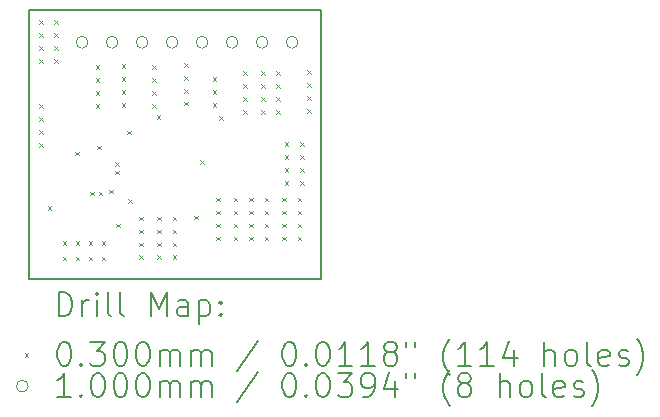
<source format=gbr>
%FSLAX45Y45*%
G04 Gerber Fmt 4.5, Leading zero omitted, Abs format (unit mm)*
G04 Created by KiCad (PCBNEW (6.0.5)) date 2023-01-28 11:11:28*
%MOMM*%
%LPD*%
G01*
G04 APERTURE LIST*
%TA.AperFunction,Profile*%
%ADD10C,0.150000*%
%TD*%
%ADD11C,0.200000*%
%ADD12C,0.030000*%
%ADD13C,0.100000*%
G04 APERTURE END LIST*
D10*
X14445758Y-10138382D02*
X11975758Y-10138382D01*
X11975758Y-7868382D01*
X14445758Y-7868382D01*
X14445758Y-10138382D01*
D11*
D12*
X12060758Y-7953382D02*
X12090758Y-7983382D01*
X12090758Y-7953382D02*
X12060758Y-7983382D01*
X12060758Y-8063382D02*
X12090758Y-8093382D01*
X12090758Y-8063382D02*
X12060758Y-8093382D01*
X12060758Y-8173382D02*
X12090758Y-8203382D01*
X12090758Y-8173382D02*
X12060758Y-8203382D01*
X12060758Y-8283382D02*
X12090758Y-8313382D01*
X12090758Y-8283382D02*
X12060758Y-8313382D01*
X12060758Y-8663382D02*
X12090758Y-8693382D01*
X12090758Y-8663382D02*
X12060758Y-8693382D01*
X12060758Y-8773382D02*
X12090758Y-8803382D01*
X12090758Y-8773382D02*
X12060758Y-8803382D01*
X12060758Y-8883382D02*
X12090758Y-8913382D01*
X12090758Y-8883382D02*
X12060758Y-8913382D01*
X12060758Y-8993382D02*
X12090758Y-9023382D01*
X12090758Y-8993382D02*
X12060758Y-9023382D01*
X12135508Y-9525132D02*
X12165508Y-9555132D01*
X12165508Y-9525132D02*
X12135508Y-9555132D01*
X12190758Y-7953382D02*
X12220758Y-7983382D01*
X12220758Y-7953382D02*
X12190758Y-7983382D01*
X12190758Y-8063382D02*
X12220758Y-8093382D01*
X12220758Y-8063382D02*
X12190758Y-8093382D01*
X12190758Y-8173382D02*
X12220758Y-8203382D01*
X12220758Y-8173382D02*
X12190758Y-8203382D01*
X12190758Y-8283382D02*
X12220758Y-8313382D01*
X12220758Y-8283382D02*
X12190758Y-8313382D01*
X12260758Y-9823382D02*
X12290758Y-9853382D01*
X12290758Y-9823382D02*
X12260758Y-9853382D01*
X12260758Y-9953382D02*
X12290758Y-9983382D01*
X12290758Y-9953382D02*
X12260758Y-9983382D01*
X12365507Y-9065131D02*
X12395507Y-9095131D01*
X12395507Y-9065131D02*
X12365507Y-9095131D01*
X12370758Y-9823382D02*
X12400758Y-9853382D01*
X12400758Y-9823382D02*
X12370758Y-9853382D01*
X12370758Y-9953382D02*
X12400758Y-9983382D01*
X12400758Y-9953382D02*
X12370758Y-9983382D01*
X12480758Y-9823382D02*
X12510758Y-9853382D01*
X12510758Y-9823382D02*
X12480758Y-9853382D01*
X12480758Y-9953382D02*
X12510758Y-9983382D01*
X12510758Y-9953382D02*
X12480758Y-9983382D01*
X12495508Y-9405132D02*
X12525508Y-9435132D01*
X12525508Y-9405132D02*
X12495508Y-9435132D01*
X12540758Y-8333382D02*
X12570758Y-8363382D01*
X12570758Y-8333382D02*
X12540758Y-8363382D01*
X12540758Y-8443382D02*
X12570758Y-8473382D01*
X12570758Y-8443382D02*
X12540758Y-8473382D01*
X12540758Y-8553382D02*
X12570758Y-8583382D01*
X12570758Y-8553382D02*
X12540758Y-8583382D01*
X12540758Y-8663382D02*
X12570758Y-8693382D01*
X12570758Y-8663382D02*
X12540758Y-8693382D01*
X12555508Y-9015132D02*
X12585508Y-9045132D01*
X12585508Y-9015132D02*
X12555508Y-9045132D01*
X12565508Y-9405132D02*
X12595508Y-9435132D01*
X12595508Y-9405132D02*
X12565508Y-9435132D01*
X12590758Y-9823382D02*
X12620758Y-9853382D01*
X12620758Y-9823382D02*
X12590758Y-9853382D01*
X12590758Y-9953382D02*
X12620758Y-9983382D01*
X12620758Y-9953382D02*
X12590758Y-9983382D01*
X12655507Y-9385133D02*
X12685507Y-9415133D01*
X12685507Y-9385133D02*
X12655507Y-9415133D01*
X12705507Y-9155132D02*
X12735507Y-9185132D01*
X12735507Y-9155132D02*
X12705507Y-9185132D01*
X12705508Y-9225132D02*
X12735508Y-9255132D01*
X12735508Y-9225132D02*
X12705508Y-9255132D01*
X12715508Y-9675132D02*
X12745508Y-9705132D01*
X12745508Y-9675132D02*
X12715508Y-9705132D01*
X12760758Y-8323382D02*
X12790758Y-8353382D01*
X12790758Y-8323382D02*
X12760758Y-8353382D01*
X12760758Y-8433382D02*
X12790758Y-8463382D01*
X12790758Y-8433382D02*
X12760758Y-8463382D01*
X12760758Y-8543382D02*
X12790758Y-8573382D01*
X12790758Y-8543382D02*
X12760758Y-8573382D01*
X12760758Y-8653382D02*
X12790758Y-8683382D01*
X12790758Y-8653382D02*
X12760758Y-8683382D01*
X12805509Y-8885132D02*
X12835509Y-8915132D01*
X12835509Y-8885132D02*
X12805509Y-8915132D01*
X12815508Y-9465132D02*
X12845508Y-9495132D01*
X12845508Y-9465132D02*
X12815508Y-9495132D01*
X12910758Y-9613381D02*
X12940758Y-9643381D01*
X12940758Y-9613381D02*
X12910758Y-9643381D01*
X12910758Y-9723381D02*
X12940758Y-9753381D01*
X12940758Y-9723381D02*
X12910758Y-9753381D01*
X12910758Y-9833381D02*
X12940758Y-9863381D01*
X12940758Y-9833381D02*
X12910758Y-9863381D01*
X12910758Y-9943381D02*
X12940758Y-9973381D01*
X12940758Y-9943381D02*
X12910758Y-9973381D01*
X13020758Y-8333382D02*
X13050758Y-8363382D01*
X13050758Y-8333382D02*
X13020758Y-8363382D01*
X13020758Y-8443382D02*
X13050758Y-8473382D01*
X13050758Y-8443382D02*
X13020758Y-8473382D01*
X13020758Y-8553382D02*
X13050758Y-8583382D01*
X13050758Y-8553382D02*
X13020758Y-8583382D01*
X13020758Y-8663382D02*
X13050758Y-8693382D01*
X13050758Y-8663382D02*
X13020758Y-8693382D01*
X13055508Y-8755132D02*
X13085508Y-8785132D01*
X13085508Y-8755132D02*
X13055508Y-8785132D01*
X13060758Y-9613382D02*
X13090758Y-9643382D01*
X13090758Y-9613382D02*
X13060758Y-9643382D01*
X13060758Y-9723382D02*
X13090758Y-9753382D01*
X13090758Y-9723382D02*
X13060758Y-9753382D01*
X13060758Y-9833382D02*
X13090758Y-9863382D01*
X13090758Y-9833382D02*
X13060758Y-9863382D01*
X13060758Y-9943382D02*
X13090758Y-9973382D01*
X13090758Y-9943382D02*
X13060758Y-9973382D01*
X13190758Y-9613382D02*
X13220758Y-9643382D01*
X13220758Y-9613382D02*
X13190758Y-9643382D01*
X13190758Y-9723382D02*
X13220758Y-9753382D01*
X13220758Y-9723382D02*
X13190758Y-9753382D01*
X13190758Y-9833382D02*
X13220758Y-9863382D01*
X13220758Y-9833382D02*
X13190758Y-9863382D01*
X13190758Y-9943382D02*
X13220758Y-9973382D01*
X13220758Y-9943382D02*
X13190758Y-9973382D01*
X13290758Y-8313382D02*
X13320758Y-8343382D01*
X13320758Y-8313382D02*
X13290758Y-8343382D01*
X13290758Y-8423382D02*
X13320758Y-8453382D01*
X13320758Y-8423382D02*
X13290758Y-8453382D01*
X13290758Y-8533382D02*
X13320758Y-8563382D01*
X13320758Y-8533382D02*
X13290758Y-8563382D01*
X13290758Y-8643382D02*
X13320758Y-8673382D01*
X13320758Y-8643382D02*
X13290758Y-8673382D01*
X13375508Y-9605133D02*
X13405508Y-9635133D01*
X13405508Y-9605133D02*
X13375508Y-9635133D01*
X13425508Y-9135132D02*
X13455508Y-9165132D01*
X13455508Y-9135132D02*
X13425508Y-9165132D01*
X13530758Y-8433382D02*
X13560758Y-8463382D01*
X13560758Y-8433382D02*
X13530758Y-8463382D01*
X13530758Y-8543382D02*
X13560758Y-8573382D01*
X13560758Y-8543382D02*
X13530758Y-8573382D01*
X13530758Y-8653382D02*
X13560758Y-8683382D01*
X13560758Y-8653382D02*
X13530758Y-8683382D01*
X13560758Y-9453381D02*
X13590758Y-9483381D01*
X13590758Y-9453381D02*
X13560758Y-9483381D01*
X13560758Y-9563381D02*
X13590758Y-9593381D01*
X13590758Y-9563381D02*
X13560758Y-9593381D01*
X13560758Y-9673381D02*
X13590758Y-9703381D01*
X13590758Y-9673381D02*
X13560758Y-9703381D01*
X13560758Y-9783381D02*
X13590758Y-9813381D01*
X13590758Y-9783381D02*
X13560758Y-9813381D01*
X13585507Y-8765132D02*
X13615507Y-8795132D01*
X13615507Y-8765132D02*
X13585507Y-8795132D01*
X13710758Y-9453382D02*
X13740758Y-9483382D01*
X13740758Y-9453382D02*
X13710758Y-9483382D01*
X13710758Y-9563382D02*
X13740758Y-9593382D01*
X13740758Y-9563382D02*
X13710758Y-9593382D01*
X13710758Y-9673382D02*
X13740758Y-9703382D01*
X13740758Y-9673382D02*
X13710758Y-9703382D01*
X13710758Y-9783382D02*
X13740758Y-9813382D01*
X13740758Y-9783382D02*
X13710758Y-9813382D01*
X13790758Y-8383381D02*
X13820758Y-8413381D01*
X13820758Y-8383381D02*
X13790758Y-8413381D01*
X13790758Y-8493381D02*
X13820758Y-8523381D01*
X13820758Y-8493381D02*
X13790758Y-8523381D01*
X13790758Y-8603381D02*
X13820758Y-8633381D01*
X13820758Y-8603381D02*
X13790758Y-8633381D01*
X13790758Y-8713381D02*
X13820758Y-8743381D01*
X13820758Y-8713381D02*
X13790758Y-8743381D01*
X13840758Y-9453382D02*
X13870758Y-9483382D01*
X13870758Y-9453382D02*
X13840758Y-9483382D01*
X13840758Y-9563382D02*
X13870758Y-9593382D01*
X13870758Y-9563382D02*
X13840758Y-9593382D01*
X13840758Y-9673382D02*
X13870758Y-9703382D01*
X13870758Y-9673382D02*
X13840758Y-9703382D01*
X13840758Y-9783382D02*
X13870758Y-9813382D01*
X13870758Y-9783382D02*
X13840758Y-9813382D01*
X13940758Y-8383382D02*
X13970758Y-8413382D01*
X13970758Y-8383382D02*
X13940758Y-8413382D01*
X13940758Y-8493382D02*
X13970758Y-8523382D01*
X13970758Y-8493382D02*
X13940758Y-8523382D01*
X13940758Y-8603382D02*
X13970758Y-8633382D01*
X13970758Y-8603382D02*
X13940758Y-8633382D01*
X13940758Y-8713382D02*
X13970758Y-8743382D01*
X13970758Y-8713382D02*
X13940758Y-8743382D01*
X13970758Y-9453381D02*
X14000758Y-9483381D01*
X14000758Y-9453381D02*
X13970758Y-9483381D01*
X13970758Y-9563381D02*
X14000758Y-9593381D01*
X14000758Y-9563381D02*
X13970758Y-9593381D01*
X13970758Y-9673381D02*
X14000758Y-9703381D01*
X14000758Y-9673381D02*
X13970758Y-9703381D01*
X13970758Y-9783381D02*
X14000758Y-9813381D01*
X14000758Y-9783381D02*
X13970758Y-9813381D01*
X14070758Y-8383382D02*
X14100758Y-8413382D01*
X14100758Y-8383382D02*
X14070758Y-8413382D01*
X14070758Y-8493382D02*
X14100758Y-8523382D01*
X14100758Y-8493382D02*
X14070758Y-8523382D01*
X14070758Y-8603382D02*
X14100758Y-8633382D01*
X14100758Y-8603382D02*
X14070758Y-8633382D01*
X14070758Y-8713382D02*
X14100758Y-8743382D01*
X14100758Y-8713382D02*
X14070758Y-8743382D01*
X14120758Y-9453382D02*
X14150758Y-9483382D01*
X14150758Y-9453382D02*
X14120758Y-9483382D01*
X14120758Y-9563382D02*
X14150758Y-9593382D01*
X14150758Y-9563382D02*
X14120758Y-9593382D01*
X14120758Y-9673382D02*
X14150758Y-9703382D01*
X14150758Y-9673382D02*
X14120758Y-9703382D01*
X14120758Y-9783382D02*
X14150758Y-9813382D01*
X14150758Y-9783382D02*
X14120758Y-9813382D01*
X14140758Y-8983382D02*
X14170758Y-9013382D01*
X14170758Y-8983382D02*
X14140758Y-9013382D01*
X14140758Y-9093382D02*
X14170758Y-9123382D01*
X14170758Y-9093382D02*
X14140758Y-9123382D01*
X14140758Y-9203382D02*
X14170758Y-9233382D01*
X14170758Y-9203382D02*
X14140758Y-9233382D01*
X14140758Y-9313382D02*
X14170758Y-9343382D01*
X14170758Y-9313382D02*
X14140758Y-9343382D01*
X14250758Y-9453382D02*
X14280758Y-9483382D01*
X14280758Y-9453382D02*
X14250758Y-9483382D01*
X14250758Y-9563382D02*
X14280758Y-9593382D01*
X14280758Y-9563382D02*
X14250758Y-9593382D01*
X14250758Y-9673382D02*
X14280758Y-9703382D01*
X14280758Y-9673382D02*
X14250758Y-9703382D01*
X14250758Y-9783382D02*
X14280758Y-9813382D01*
X14280758Y-9783382D02*
X14250758Y-9813382D01*
X14270758Y-8983382D02*
X14300758Y-9013382D01*
X14300758Y-8983382D02*
X14270758Y-9013382D01*
X14270758Y-9093382D02*
X14300758Y-9123382D01*
X14300758Y-9093382D02*
X14270758Y-9123382D01*
X14270758Y-9203382D02*
X14300758Y-9233382D01*
X14300758Y-9203382D02*
X14270758Y-9233382D01*
X14270758Y-9313382D02*
X14300758Y-9343382D01*
X14300758Y-9313382D02*
X14270758Y-9343382D01*
X14330758Y-8373382D02*
X14360758Y-8403382D01*
X14360758Y-8373382D02*
X14330758Y-8403382D01*
X14330758Y-8483382D02*
X14360758Y-8513382D01*
X14360758Y-8483382D02*
X14330758Y-8513382D01*
X14330758Y-8593382D02*
X14360758Y-8623382D01*
X14360758Y-8593382D02*
X14330758Y-8623382D01*
X14330758Y-8703382D02*
X14360758Y-8733382D01*
X14360758Y-8703382D02*
X14330758Y-8733382D01*
D13*
X12475258Y-8138382D02*
G75*
G03*
X12475258Y-8138382I-50000J0D01*
G01*
X12729258Y-8138382D02*
G75*
G03*
X12729258Y-8138382I-50000J0D01*
G01*
X12983258Y-8138382D02*
G75*
G03*
X12983258Y-8138382I-50000J0D01*
G01*
X13237258Y-8138382D02*
G75*
G03*
X13237258Y-8138382I-50000J0D01*
G01*
X13491258Y-8138382D02*
G75*
G03*
X13491258Y-8138382I-50000J0D01*
G01*
X13745258Y-8138382D02*
G75*
G03*
X13745258Y-8138382I-50000J0D01*
G01*
X13999258Y-8138382D02*
G75*
G03*
X13999258Y-8138382I-50000J0D01*
G01*
X14253258Y-8138382D02*
G75*
G03*
X14253258Y-8138382I-50000J0D01*
G01*
D11*
X12225877Y-10456358D02*
X12225877Y-10256358D01*
X12273496Y-10256358D01*
X12302067Y-10265882D01*
X12321115Y-10284930D01*
X12330639Y-10303977D01*
X12340163Y-10342072D01*
X12340163Y-10370644D01*
X12330639Y-10408739D01*
X12321115Y-10427787D01*
X12302067Y-10446834D01*
X12273496Y-10456358D01*
X12225877Y-10456358D01*
X12425877Y-10456358D02*
X12425877Y-10323025D01*
X12425877Y-10361120D02*
X12435401Y-10342072D01*
X12444925Y-10332549D01*
X12463972Y-10323025D01*
X12483020Y-10323025D01*
X12549686Y-10456358D02*
X12549686Y-10323025D01*
X12549686Y-10256358D02*
X12540163Y-10265882D01*
X12549686Y-10275406D01*
X12559210Y-10265882D01*
X12549686Y-10256358D01*
X12549686Y-10275406D01*
X12673496Y-10456358D02*
X12654448Y-10446834D01*
X12644925Y-10427787D01*
X12644925Y-10256358D01*
X12778258Y-10456358D02*
X12759210Y-10446834D01*
X12749686Y-10427787D01*
X12749686Y-10256358D01*
X13006829Y-10456358D02*
X13006829Y-10256358D01*
X13073496Y-10399215D01*
X13140163Y-10256358D01*
X13140163Y-10456358D01*
X13321115Y-10456358D02*
X13321115Y-10351596D01*
X13311591Y-10332549D01*
X13292544Y-10323025D01*
X13254448Y-10323025D01*
X13235401Y-10332549D01*
X13321115Y-10446834D02*
X13302067Y-10456358D01*
X13254448Y-10456358D01*
X13235401Y-10446834D01*
X13225877Y-10427787D01*
X13225877Y-10408739D01*
X13235401Y-10389692D01*
X13254448Y-10380168D01*
X13302067Y-10380168D01*
X13321115Y-10370644D01*
X13416353Y-10323025D02*
X13416353Y-10523025D01*
X13416353Y-10332549D02*
X13435401Y-10323025D01*
X13473496Y-10323025D01*
X13492544Y-10332549D01*
X13502067Y-10342072D01*
X13511591Y-10361120D01*
X13511591Y-10418263D01*
X13502067Y-10437311D01*
X13492544Y-10446834D01*
X13473496Y-10456358D01*
X13435401Y-10456358D01*
X13416353Y-10446834D01*
X13597306Y-10437311D02*
X13606829Y-10446834D01*
X13597306Y-10456358D01*
X13587782Y-10446834D01*
X13597306Y-10437311D01*
X13597306Y-10456358D01*
X13597306Y-10332549D02*
X13606829Y-10342072D01*
X13597306Y-10351596D01*
X13587782Y-10342072D01*
X13597306Y-10332549D01*
X13597306Y-10351596D01*
D12*
X11938258Y-10770882D02*
X11968258Y-10800882D01*
X11968258Y-10770882D02*
X11938258Y-10800882D01*
D11*
X12263972Y-10676358D02*
X12283020Y-10676358D01*
X12302067Y-10685882D01*
X12311591Y-10695406D01*
X12321115Y-10714453D01*
X12330639Y-10752549D01*
X12330639Y-10800168D01*
X12321115Y-10838263D01*
X12311591Y-10857311D01*
X12302067Y-10866834D01*
X12283020Y-10876358D01*
X12263972Y-10876358D01*
X12244925Y-10866834D01*
X12235401Y-10857311D01*
X12225877Y-10838263D01*
X12216353Y-10800168D01*
X12216353Y-10752549D01*
X12225877Y-10714453D01*
X12235401Y-10695406D01*
X12244925Y-10685882D01*
X12263972Y-10676358D01*
X12416353Y-10857311D02*
X12425877Y-10866834D01*
X12416353Y-10876358D01*
X12406829Y-10866834D01*
X12416353Y-10857311D01*
X12416353Y-10876358D01*
X12492544Y-10676358D02*
X12616353Y-10676358D01*
X12549686Y-10752549D01*
X12578258Y-10752549D01*
X12597306Y-10762072D01*
X12606829Y-10771596D01*
X12616353Y-10790644D01*
X12616353Y-10838263D01*
X12606829Y-10857311D01*
X12597306Y-10866834D01*
X12578258Y-10876358D01*
X12521115Y-10876358D01*
X12502067Y-10866834D01*
X12492544Y-10857311D01*
X12740163Y-10676358D02*
X12759210Y-10676358D01*
X12778258Y-10685882D01*
X12787782Y-10695406D01*
X12797306Y-10714453D01*
X12806829Y-10752549D01*
X12806829Y-10800168D01*
X12797306Y-10838263D01*
X12787782Y-10857311D01*
X12778258Y-10866834D01*
X12759210Y-10876358D01*
X12740163Y-10876358D01*
X12721115Y-10866834D01*
X12711591Y-10857311D01*
X12702067Y-10838263D01*
X12692544Y-10800168D01*
X12692544Y-10752549D01*
X12702067Y-10714453D01*
X12711591Y-10695406D01*
X12721115Y-10685882D01*
X12740163Y-10676358D01*
X12930639Y-10676358D02*
X12949686Y-10676358D01*
X12968734Y-10685882D01*
X12978258Y-10695406D01*
X12987782Y-10714453D01*
X12997306Y-10752549D01*
X12997306Y-10800168D01*
X12987782Y-10838263D01*
X12978258Y-10857311D01*
X12968734Y-10866834D01*
X12949686Y-10876358D01*
X12930639Y-10876358D01*
X12911591Y-10866834D01*
X12902067Y-10857311D01*
X12892544Y-10838263D01*
X12883020Y-10800168D01*
X12883020Y-10752549D01*
X12892544Y-10714453D01*
X12902067Y-10695406D01*
X12911591Y-10685882D01*
X12930639Y-10676358D01*
X13083020Y-10876358D02*
X13083020Y-10743025D01*
X13083020Y-10762072D02*
X13092544Y-10752549D01*
X13111591Y-10743025D01*
X13140163Y-10743025D01*
X13159210Y-10752549D01*
X13168734Y-10771596D01*
X13168734Y-10876358D01*
X13168734Y-10771596D02*
X13178258Y-10752549D01*
X13197306Y-10743025D01*
X13225877Y-10743025D01*
X13244925Y-10752549D01*
X13254448Y-10771596D01*
X13254448Y-10876358D01*
X13349686Y-10876358D02*
X13349686Y-10743025D01*
X13349686Y-10762072D02*
X13359210Y-10752549D01*
X13378258Y-10743025D01*
X13406829Y-10743025D01*
X13425877Y-10752549D01*
X13435401Y-10771596D01*
X13435401Y-10876358D01*
X13435401Y-10771596D02*
X13444925Y-10752549D01*
X13463972Y-10743025D01*
X13492544Y-10743025D01*
X13511591Y-10752549D01*
X13521115Y-10771596D01*
X13521115Y-10876358D01*
X13911591Y-10666834D02*
X13740163Y-10923977D01*
X14168734Y-10676358D02*
X14187782Y-10676358D01*
X14206829Y-10685882D01*
X14216353Y-10695406D01*
X14225877Y-10714453D01*
X14235401Y-10752549D01*
X14235401Y-10800168D01*
X14225877Y-10838263D01*
X14216353Y-10857311D01*
X14206829Y-10866834D01*
X14187782Y-10876358D01*
X14168734Y-10876358D01*
X14149686Y-10866834D01*
X14140163Y-10857311D01*
X14130639Y-10838263D01*
X14121115Y-10800168D01*
X14121115Y-10752549D01*
X14130639Y-10714453D01*
X14140163Y-10695406D01*
X14149686Y-10685882D01*
X14168734Y-10676358D01*
X14321115Y-10857311D02*
X14330639Y-10866834D01*
X14321115Y-10876358D01*
X14311591Y-10866834D01*
X14321115Y-10857311D01*
X14321115Y-10876358D01*
X14454448Y-10676358D02*
X14473496Y-10676358D01*
X14492544Y-10685882D01*
X14502067Y-10695406D01*
X14511591Y-10714453D01*
X14521115Y-10752549D01*
X14521115Y-10800168D01*
X14511591Y-10838263D01*
X14502067Y-10857311D01*
X14492544Y-10866834D01*
X14473496Y-10876358D01*
X14454448Y-10876358D01*
X14435401Y-10866834D01*
X14425877Y-10857311D01*
X14416353Y-10838263D01*
X14406829Y-10800168D01*
X14406829Y-10752549D01*
X14416353Y-10714453D01*
X14425877Y-10695406D01*
X14435401Y-10685882D01*
X14454448Y-10676358D01*
X14711591Y-10876358D02*
X14597306Y-10876358D01*
X14654448Y-10876358D02*
X14654448Y-10676358D01*
X14635401Y-10704930D01*
X14616353Y-10723977D01*
X14597306Y-10733501D01*
X14902067Y-10876358D02*
X14787782Y-10876358D01*
X14844925Y-10876358D02*
X14844925Y-10676358D01*
X14825877Y-10704930D01*
X14806829Y-10723977D01*
X14787782Y-10733501D01*
X15016353Y-10762072D02*
X14997306Y-10752549D01*
X14987782Y-10743025D01*
X14978258Y-10723977D01*
X14978258Y-10714453D01*
X14987782Y-10695406D01*
X14997306Y-10685882D01*
X15016353Y-10676358D01*
X15054448Y-10676358D01*
X15073496Y-10685882D01*
X15083020Y-10695406D01*
X15092544Y-10714453D01*
X15092544Y-10723977D01*
X15083020Y-10743025D01*
X15073496Y-10752549D01*
X15054448Y-10762072D01*
X15016353Y-10762072D01*
X14997306Y-10771596D01*
X14987782Y-10781120D01*
X14978258Y-10800168D01*
X14978258Y-10838263D01*
X14987782Y-10857311D01*
X14997306Y-10866834D01*
X15016353Y-10876358D01*
X15054448Y-10876358D01*
X15073496Y-10866834D01*
X15083020Y-10857311D01*
X15092544Y-10838263D01*
X15092544Y-10800168D01*
X15083020Y-10781120D01*
X15073496Y-10771596D01*
X15054448Y-10762072D01*
X15168734Y-10676358D02*
X15168734Y-10714453D01*
X15244925Y-10676358D02*
X15244925Y-10714453D01*
X15540163Y-10952549D02*
X15530639Y-10943025D01*
X15511591Y-10914453D01*
X15502067Y-10895406D01*
X15492544Y-10866834D01*
X15483020Y-10819215D01*
X15483020Y-10781120D01*
X15492544Y-10733501D01*
X15502067Y-10704930D01*
X15511591Y-10685882D01*
X15530639Y-10657311D01*
X15540163Y-10647787D01*
X15721115Y-10876358D02*
X15606829Y-10876358D01*
X15663972Y-10876358D02*
X15663972Y-10676358D01*
X15644925Y-10704930D01*
X15625877Y-10723977D01*
X15606829Y-10733501D01*
X15911591Y-10876358D02*
X15797306Y-10876358D01*
X15854448Y-10876358D02*
X15854448Y-10676358D01*
X15835401Y-10704930D01*
X15816353Y-10723977D01*
X15797306Y-10733501D01*
X16083020Y-10743025D02*
X16083020Y-10876358D01*
X16035401Y-10666834D02*
X15987782Y-10809692D01*
X16111591Y-10809692D01*
X16340163Y-10876358D02*
X16340163Y-10676358D01*
X16425877Y-10876358D02*
X16425877Y-10771596D01*
X16416353Y-10752549D01*
X16397306Y-10743025D01*
X16368734Y-10743025D01*
X16349686Y-10752549D01*
X16340163Y-10762072D01*
X16549686Y-10876358D02*
X16530639Y-10866834D01*
X16521115Y-10857311D01*
X16511591Y-10838263D01*
X16511591Y-10781120D01*
X16521115Y-10762072D01*
X16530639Y-10752549D01*
X16549686Y-10743025D01*
X16578258Y-10743025D01*
X16597306Y-10752549D01*
X16606829Y-10762072D01*
X16616353Y-10781120D01*
X16616353Y-10838263D01*
X16606829Y-10857311D01*
X16597306Y-10866834D01*
X16578258Y-10876358D01*
X16549686Y-10876358D01*
X16730639Y-10876358D02*
X16711591Y-10866834D01*
X16702067Y-10847787D01*
X16702067Y-10676358D01*
X16883020Y-10866834D02*
X16863972Y-10876358D01*
X16825877Y-10876358D01*
X16806829Y-10866834D01*
X16797306Y-10847787D01*
X16797306Y-10771596D01*
X16806829Y-10752549D01*
X16825877Y-10743025D01*
X16863972Y-10743025D01*
X16883020Y-10752549D01*
X16892544Y-10771596D01*
X16892544Y-10790644D01*
X16797306Y-10809692D01*
X16968734Y-10866834D02*
X16987782Y-10876358D01*
X17025877Y-10876358D01*
X17044925Y-10866834D01*
X17054448Y-10847787D01*
X17054448Y-10838263D01*
X17044925Y-10819215D01*
X17025877Y-10809692D01*
X16997306Y-10809692D01*
X16978258Y-10800168D01*
X16968734Y-10781120D01*
X16968734Y-10771596D01*
X16978258Y-10752549D01*
X16997306Y-10743025D01*
X17025877Y-10743025D01*
X17044925Y-10752549D01*
X17121115Y-10952549D02*
X17130639Y-10943025D01*
X17149687Y-10914453D01*
X17159210Y-10895406D01*
X17168734Y-10866834D01*
X17178258Y-10819215D01*
X17178258Y-10781120D01*
X17168734Y-10733501D01*
X17159210Y-10704930D01*
X17149687Y-10685882D01*
X17130639Y-10657311D01*
X17121115Y-10647787D01*
D13*
X11968258Y-11049882D02*
G75*
G03*
X11968258Y-11049882I-50000J0D01*
G01*
D11*
X12330639Y-11140358D02*
X12216353Y-11140358D01*
X12273496Y-11140358D02*
X12273496Y-10940358D01*
X12254448Y-10968930D01*
X12235401Y-10987977D01*
X12216353Y-10997501D01*
X12416353Y-11121311D02*
X12425877Y-11130834D01*
X12416353Y-11140358D01*
X12406829Y-11130834D01*
X12416353Y-11121311D01*
X12416353Y-11140358D01*
X12549686Y-10940358D02*
X12568734Y-10940358D01*
X12587782Y-10949882D01*
X12597306Y-10959406D01*
X12606829Y-10978453D01*
X12616353Y-11016549D01*
X12616353Y-11064168D01*
X12606829Y-11102263D01*
X12597306Y-11121311D01*
X12587782Y-11130834D01*
X12568734Y-11140358D01*
X12549686Y-11140358D01*
X12530639Y-11130834D01*
X12521115Y-11121311D01*
X12511591Y-11102263D01*
X12502067Y-11064168D01*
X12502067Y-11016549D01*
X12511591Y-10978453D01*
X12521115Y-10959406D01*
X12530639Y-10949882D01*
X12549686Y-10940358D01*
X12740163Y-10940358D02*
X12759210Y-10940358D01*
X12778258Y-10949882D01*
X12787782Y-10959406D01*
X12797306Y-10978453D01*
X12806829Y-11016549D01*
X12806829Y-11064168D01*
X12797306Y-11102263D01*
X12787782Y-11121311D01*
X12778258Y-11130834D01*
X12759210Y-11140358D01*
X12740163Y-11140358D01*
X12721115Y-11130834D01*
X12711591Y-11121311D01*
X12702067Y-11102263D01*
X12692544Y-11064168D01*
X12692544Y-11016549D01*
X12702067Y-10978453D01*
X12711591Y-10959406D01*
X12721115Y-10949882D01*
X12740163Y-10940358D01*
X12930639Y-10940358D02*
X12949686Y-10940358D01*
X12968734Y-10949882D01*
X12978258Y-10959406D01*
X12987782Y-10978453D01*
X12997306Y-11016549D01*
X12997306Y-11064168D01*
X12987782Y-11102263D01*
X12978258Y-11121311D01*
X12968734Y-11130834D01*
X12949686Y-11140358D01*
X12930639Y-11140358D01*
X12911591Y-11130834D01*
X12902067Y-11121311D01*
X12892544Y-11102263D01*
X12883020Y-11064168D01*
X12883020Y-11016549D01*
X12892544Y-10978453D01*
X12902067Y-10959406D01*
X12911591Y-10949882D01*
X12930639Y-10940358D01*
X13083020Y-11140358D02*
X13083020Y-11007025D01*
X13083020Y-11026072D02*
X13092544Y-11016549D01*
X13111591Y-11007025D01*
X13140163Y-11007025D01*
X13159210Y-11016549D01*
X13168734Y-11035596D01*
X13168734Y-11140358D01*
X13168734Y-11035596D02*
X13178258Y-11016549D01*
X13197306Y-11007025D01*
X13225877Y-11007025D01*
X13244925Y-11016549D01*
X13254448Y-11035596D01*
X13254448Y-11140358D01*
X13349686Y-11140358D02*
X13349686Y-11007025D01*
X13349686Y-11026072D02*
X13359210Y-11016549D01*
X13378258Y-11007025D01*
X13406829Y-11007025D01*
X13425877Y-11016549D01*
X13435401Y-11035596D01*
X13435401Y-11140358D01*
X13435401Y-11035596D02*
X13444925Y-11016549D01*
X13463972Y-11007025D01*
X13492544Y-11007025D01*
X13511591Y-11016549D01*
X13521115Y-11035596D01*
X13521115Y-11140358D01*
X13911591Y-10930834D02*
X13740163Y-11187977D01*
X14168734Y-10940358D02*
X14187782Y-10940358D01*
X14206829Y-10949882D01*
X14216353Y-10959406D01*
X14225877Y-10978453D01*
X14235401Y-11016549D01*
X14235401Y-11064168D01*
X14225877Y-11102263D01*
X14216353Y-11121311D01*
X14206829Y-11130834D01*
X14187782Y-11140358D01*
X14168734Y-11140358D01*
X14149686Y-11130834D01*
X14140163Y-11121311D01*
X14130639Y-11102263D01*
X14121115Y-11064168D01*
X14121115Y-11016549D01*
X14130639Y-10978453D01*
X14140163Y-10959406D01*
X14149686Y-10949882D01*
X14168734Y-10940358D01*
X14321115Y-11121311D02*
X14330639Y-11130834D01*
X14321115Y-11140358D01*
X14311591Y-11130834D01*
X14321115Y-11121311D01*
X14321115Y-11140358D01*
X14454448Y-10940358D02*
X14473496Y-10940358D01*
X14492544Y-10949882D01*
X14502067Y-10959406D01*
X14511591Y-10978453D01*
X14521115Y-11016549D01*
X14521115Y-11064168D01*
X14511591Y-11102263D01*
X14502067Y-11121311D01*
X14492544Y-11130834D01*
X14473496Y-11140358D01*
X14454448Y-11140358D01*
X14435401Y-11130834D01*
X14425877Y-11121311D01*
X14416353Y-11102263D01*
X14406829Y-11064168D01*
X14406829Y-11016549D01*
X14416353Y-10978453D01*
X14425877Y-10959406D01*
X14435401Y-10949882D01*
X14454448Y-10940358D01*
X14587782Y-10940358D02*
X14711591Y-10940358D01*
X14644925Y-11016549D01*
X14673496Y-11016549D01*
X14692544Y-11026072D01*
X14702067Y-11035596D01*
X14711591Y-11054644D01*
X14711591Y-11102263D01*
X14702067Y-11121311D01*
X14692544Y-11130834D01*
X14673496Y-11140358D01*
X14616353Y-11140358D01*
X14597306Y-11130834D01*
X14587782Y-11121311D01*
X14806829Y-11140358D02*
X14844925Y-11140358D01*
X14863972Y-11130834D01*
X14873496Y-11121311D01*
X14892544Y-11092739D01*
X14902067Y-11054644D01*
X14902067Y-10978453D01*
X14892544Y-10959406D01*
X14883020Y-10949882D01*
X14863972Y-10940358D01*
X14825877Y-10940358D01*
X14806829Y-10949882D01*
X14797306Y-10959406D01*
X14787782Y-10978453D01*
X14787782Y-11026072D01*
X14797306Y-11045120D01*
X14806829Y-11054644D01*
X14825877Y-11064168D01*
X14863972Y-11064168D01*
X14883020Y-11054644D01*
X14892544Y-11045120D01*
X14902067Y-11026072D01*
X15073496Y-11007025D02*
X15073496Y-11140358D01*
X15025877Y-10930834D02*
X14978258Y-11073692D01*
X15102067Y-11073692D01*
X15168734Y-10940358D02*
X15168734Y-10978453D01*
X15244925Y-10940358D02*
X15244925Y-10978453D01*
X15540163Y-11216549D02*
X15530639Y-11207025D01*
X15511591Y-11178453D01*
X15502067Y-11159406D01*
X15492544Y-11130834D01*
X15483020Y-11083215D01*
X15483020Y-11045120D01*
X15492544Y-10997501D01*
X15502067Y-10968930D01*
X15511591Y-10949882D01*
X15530639Y-10921311D01*
X15540163Y-10911787D01*
X15644925Y-11026072D02*
X15625877Y-11016549D01*
X15616353Y-11007025D01*
X15606829Y-10987977D01*
X15606829Y-10978453D01*
X15616353Y-10959406D01*
X15625877Y-10949882D01*
X15644925Y-10940358D01*
X15683020Y-10940358D01*
X15702067Y-10949882D01*
X15711591Y-10959406D01*
X15721115Y-10978453D01*
X15721115Y-10987977D01*
X15711591Y-11007025D01*
X15702067Y-11016549D01*
X15683020Y-11026072D01*
X15644925Y-11026072D01*
X15625877Y-11035596D01*
X15616353Y-11045120D01*
X15606829Y-11064168D01*
X15606829Y-11102263D01*
X15616353Y-11121311D01*
X15625877Y-11130834D01*
X15644925Y-11140358D01*
X15683020Y-11140358D01*
X15702067Y-11130834D01*
X15711591Y-11121311D01*
X15721115Y-11102263D01*
X15721115Y-11064168D01*
X15711591Y-11045120D01*
X15702067Y-11035596D01*
X15683020Y-11026072D01*
X15959210Y-11140358D02*
X15959210Y-10940358D01*
X16044925Y-11140358D02*
X16044925Y-11035596D01*
X16035401Y-11016549D01*
X16016353Y-11007025D01*
X15987782Y-11007025D01*
X15968734Y-11016549D01*
X15959210Y-11026072D01*
X16168734Y-11140358D02*
X16149686Y-11130834D01*
X16140163Y-11121311D01*
X16130639Y-11102263D01*
X16130639Y-11045120D01*
X16140163Y-11026072D01*
X16149686Y-11016549D01*
X16168734Y-11007025D01*
X16197306Y-11007025D01*
X16216353Y-11016549D01*
X16225877Y-11026072D01*
X16235401Y-11045120D01*
X16235401Y-11102263D01*
X16225877Y-11121311D01*
X16216353Y-11130834D01*
X16197306Y-11140358D01*
X16168734Y-11140358D01*
X16349686Y-11140358D02*
X16330639Y-11130834D01*
X16321115Y-11111787D01*
X16321115Y-10940358D01*
X16502067Y-11130834D02*
X16483020Y-11140358D01*
X16444925Y-11140358D01*
X16425877Y-11130834D01*
X16416353Y-11111787D01*
X16416353Y-11035596D01*
X16425877Y-11016549D01*
X16444925Y-11007025D01*
X16483020Y-11007025D01*
X16502067Y-11016549D01*
X16511591Y-11035596D01*
X16511591Y-11054644D01*
X16416353Y-11073692D01*
X16587782Y-11130834D02*
X16606829Y-11140358D01*
X16644925Y-11140358D01*
X16663972Y-11130834D01*
X16673496Y-11111787D01*
X16673496Y-11102263D01*
X16663972Y-11083215D01*
X16644925Y-11073692D01*
X16616353Y-11073692D01*
X16597306Y-11064168D01*
X16587782Y-11045120D01*
X16587782Y-11035596D01*
X16597306Y-11016549D01*
X16616353Y-11007025D01*
X16644925Y-11007025D01*
X16663972Y-11016549D01*
X16740163Y-11216549D02*
X16749686Y-11207025D01*
X16768734Y-11178453D01*
X16778258Y-11159406D01*
X16787782Y-11130834D01*
X16797306Y-11083215D01*
X16797306Y-11045120D01*
X16787782Y-10997501D01*
X16778258Y-10968930D01*
X16768734Y-10949882D01*
X16749686Y-10921311D01*
X16740163Y-10911787D01*
M02*

</source>
